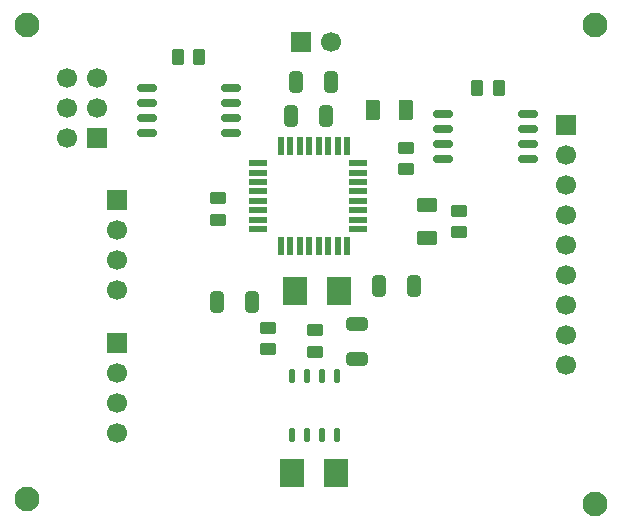
<source format=gbr>
%TF.GenerationSoftware,KiCad,Pcbnew,9.0.1*%
%TF.CreationDate,2025-11-19T15:27:40+03:00*%
%TF.ProjectId,MCU Datalogger wirh 512KB EEPROM,4d435520-4461-4746-916c-6f6767657220,1*%
%TF.SameCoordinates,Original*%
%TF.FileFunction,Soldermask,Top*%
%TF.FilePolarity,Negative*%
%FSLAX46Y46*%
G04 Gerber Fmt 4.6, Leading zero omitted, Abs format (unit mm)*
G04 Created by KiCad (PCBNEW 9.0.1) date 2025-11-19 15:27:40*
%MOMM*%
%LPD*%
G01*
G04 APERTURE LIST*
G04 Aperture macros list*
%AMRoundRect*
0 Rectangle with rounded corners*
0 $1 Rounding radius*
0 $2 $3 $4 $5 $6 $7 $8 $9 X,Y pos of 4 corners*
0 Add a 4 corners polygon primitive as box body*
4,1,4,$2,$3,$4,$5,$6,$7,$8,$9,$2,$3,0*
0 Add four circle primitives for the rounded corners*
1,1,$1+$1,$2,$3*
1,1,$1+$1,$4,$5*
1,1,$1+$1,$6,$7*
1,1,$1+$1,$8,$9*
0 Add four rect primitives between the rounded corners*
20,1,$1+$1,$2,$3,$4,$5,0*
20,1,$1+$1,$4,$5,$6,$7,0*
20,1,$1+$1,$6,$7,$8,$9,0*
20,1,$1+$1,$8,$9,$2,$3,0*%
G04 Aperture macros list end*
%ADD10C,2.100000*%
%ADD11RoundRect,0.162500X-0.650000X-0.162500X0.650000X-0.162500X0.650000X0.162500X-0.650000X0.162500X0*%
%ADD12RoundRect,0.250000X-0.325000X-0.650000X0.325000X-0.650000X0.325000X0.650000X-0.325000X0.650000X0*%
%ADD13R,2.000000X2.400000*%
%ADD14RoundRect,0.250000X0.625000X-0.375000X0.625000X0.375000X-0.625000X0.375000X-0.625000X-0.375000X0*%
%ADD15RoundRect,0.250000X0.450000X-0.262500X0.450000X0.262500X-0.450000X0.262500X-0.450000X-0.262500X0*%
%ADD16RoundRect,0.250000X-0.650000X0.325000X-0.650000X-0.325000X0.650000X-0.325000X0.650000X0.325000X0*%
%ADD17R,1.700000X1.700000*%
%ADD18C,1.700000*%
%ADD19RoundRect,0.250000X-0.262500X-0.450000X0.262500X-0.450000X0.262500X0.450000X-0.262500X0.450000X0*%
%ADD20RoundRect,0.078000X-0.182000X-0.492000X0.182000X-0.492000X0.182000X0.492000X-0.182000X0.492000X0*%
%ADD21RoundRect,0.250000X0.375000X0.625000X-0.375000X0.625000X-0.375000X-0.625000X0.375000X-0.625000X0*%
%ADD22R,0.550000X1.600000*%
%ADD23R,1.600000X0.550000*%
G04 APERTURE END LIST*
D10*
%TO.C,H3*%
X111658400Y-118795800D03*
%TD*%
D11*
%TO.C,U2*%
X146843500Y-86257100D03*
X146843500Y-87527100D03*
X146843500Y-88797100D03*
X146843500Y-90067100D03*
X154018500Y-90067100D03*
X154018500Y-88797100D03*
X154018500Y-87527100D03*
X154018500Y-86257100D03*
%TD*%
D12*
%TO.C,C5*%
X134445000Y-83500000D03*
X137395000Y-83500000D03*
%TD*%
D13*
%TO.C,Y1*%
X138018500Y-101187100D03*
X134318500Y-101187100D03*
%TD*%
D14*
%TO.C,D2*%
X145493500Y-96737100D03*
X145493500Y-93937100D03*
%TD*%
D15*
%TO.C,R7*%
X143718500Y-90899600D03*
X143718500Y-89074600D03*
%TD*%
%TO.C,R4*%
X132043500Y-106137100D03*
X132043500Y-104312100D03*
%TD*%
D16*
%TO.C,C4*%
X139593500Y-104012100D03*
X139593500Y-106962100D03*
%TD*%
D15*
%TO.C,R6*%
X127843500Y-95174600D03*
X127843500Y-93349600D03*
%TD*%
D17*
%TO.C,J3*%
X157268500Y-87182100D03*
D18*
X157268500Y-89722100D03*
X157268500Y-92262100D03*
X157268500Y-94802100D03*
X157268500Y-97342100D03*
X157268500Y-99882100D03*
X157268500Y-102422100D03*
X157268500Y-104962100D03*
X157268500Y-107502100D03*
%TD*%
D13*
%TO.C,Y2*%
X134093500Y-116587100D03*
X137793500Y-116587100D03*
%TD*%
D17*
%TO.C,BT1*%
X134828500Y-80162100D03*
D18*
X137368500Y-80162100D03*
%TD*%
D17*
%TO.C,J1*%
X119293500Y-93492100D03*
D18*
X119293500Y-96032100D03*
X119293500Y-98572100D03*
X119293500Y-101112100D03*
%TD*%
D12*
%TO.C,C3*%
X141418500Y-100812100D03*
X144368500Y-100812100D03*
%TD*%
D10*
%TO.C,H2*%
X159715200Y-78714600D03*
%TD*%
D12*
%TO.C,C2*%
X127745000Y-102140000D03*
X130695000Y-102140000D03*
%TD*%
D11*
%TO.C,U1*%
X121768500Y-84067100D03*
X121768500Y-85337100D03*
X121768500Y-86607100D03*
X121768500Y-87877100D03*
X128943500Y-87877100D03*
X128943500Y-86607100D03*
X128943500Y-85337100D03*
X128943500Y-84067100D03*
%TD*%
D15*
%TO.C,R5*%
X135991600Y-106347900D03*
X135991600Y-104522900D03*
%TD*%
D10*
%TO.C,H4*%
X159715200Y-119253000D03*
%TD*%
D15*
%TO.C,R1*%
X148234400Y-96238700D03*
X148234400Y-94413700D03*
%TD*%
D19*
%TO.C,R3*%
X149743500Y-84012100D03*
X151568500Y-84012100D03*
%TD*%
D12*
%TO.C,C1*%
X134025000Y-86420000D03*
X136975000Y-86420000D03*
%TD*%
D20*
%TO.C,U3*%
X134083500Y-113449600D03*
X135353500Y-113449600D03*
X136623500Y-113449600D03*
X137893500Y-113449600D03*
X137893500Y-108409600D03*
X136623500Y-108409600D03*
X135353500Y-108409600D03*
X134083500Y-108409600D03*
%TD*%
D17*
%TO.C,J4*%
X117593500Y-88287100D03*
D18*
X115053500Y-88287100D03*
X117593500Y-85747100D03*
X115053500Y-85747100D03*
X117593500Y-83207100D03*
X115053500Y-83207100D03*
%TD*%
D21*
%TO.C,D1*%
X143693500Y-85887100D03*
X140893500Y-85887100D03*
%TD*%
D10*
%TO.C,H1*%
X111658400Y-78714600D03*
%TD*%
D19*
%TO.C,R2*%
X124406000Y-81437100D03*
X126231000Y-81437100D03*
%TD*%
D22*
%TO.C,IC1*%
X133143500Y-97437100D03*
X133943500Y-97437100D03*
X134743500Y-97437100D03*
X135543500Y-97437100D03*
X136343500Y-97437100D03*
X137143500Y-97437100D03*
X137943500Y-97437100D03*
X138743500Y-97437100D03*
D23*
X139668500Y-95987100D03*
X139668500Y-95187100D03*
X139668500Y-94387100D03*
X139668500Y-93587100D03*
X139668500Y-92787100D03*
X139668500Y-91987100D03*
X139668500Y-91187100D03*
X139668500Y-90387100D03*
D22*
X138743500Y-88937100D03*
X137943500Y-88937100D03*
X137143500Y-88937100D03*
X136343500Y-88937100D03*
X135543500Y-88937100D03*
X134743500Y-88937100D03*
X133943500Y-88937100D03*
X133143500Y-88937100D03*
D23*
X131168500Y-90387100D03*
X131168500Y-91187100D03*
X131168500Y-91987100D03*
X131168500Y-92787100D03*
X131168500Y-93587100D03*
X131168500Y-94387100D03*
X131168500Y-95187100D03*
X131168500Y-95987100D03*
%TD*%
D17*
%TO.C,J2*%
X119293500Y-105627100D03*
D18*
X119293500Y-108167100D03*
X119293500Y-110707100D03*
X119293500Y-113247100D03*
%TD*%
M02*

</source>
